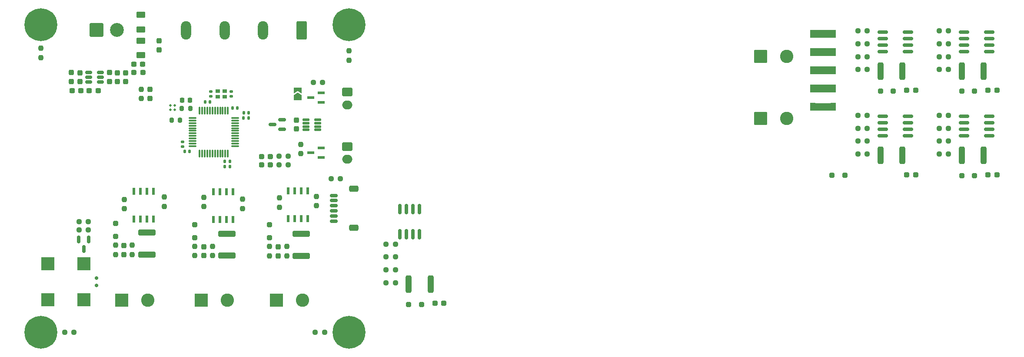
<source format=gbr>
%TF.GenerationSoftware,KiCad,Pcbnew,9.0.1*%
%TF.CreationDate,2025-11-09T21:37:19+01:00*%
%TF.ProjectId,SIGURD,53494755-5244-42e6-9b69-6361645f7063,rev?*%
%TF.SameCoordinates,Original*%
%TF.FileFunction,Soldermask,Top*%
%TF.FilePolarity,Negative*%
%FSLAX46Y46*%
G04 Gerber Fmt 4.6, Leading zero omitted, Abs format (unit mm)*
G04 Created by KiCad (PCBNEW 9.0.1) date 2025-11-09 21:37:19*
%MOMM*%
%LPD*%
G01*
G04 APERTURE LIST*
G04 Aperture macros list*
%AMRoundRect*
0 Rectangle with rounded corners*
0 $1 Rounding radius*
0 $2 $3 $4 $5 $6 $7 $8 $9 X,Y pos of 4 corners*
0 Add a 4 corners polygon primitive as box body*
4,1,4,$2,$3,$4,$5,$6,$7,$8,$9,$2,$3,0*
0 Add four circle primitives for the rounded corners*
1,1,$1+$1,$2,$3*
1,1,$1+$1,$4,$5*
1,1,$1+$1,$6,$7*
1,1,$1+$1,$8,$9*
0 Add four rect primitives between the rounded corners*
20,1,$1+$1,$2,$3,$4,$5,0*
20,1,$1+$1,$4,$5,$6,$7,0*
20,1,$1+$1,$6,$7,$8,$9,0*
20,1,$1+$1,$8,$9,$2,$3,0*%
%AMFreePoly0*
4,1,6,1.000000,0.000000,0.500000,-0.750000,-0.500000,-0.750000,-0.500000,0.750000,0.500000,0.750000,1.000000,0.000000,1.000000,0.000000,$1*%
%AMFreePoly1*
4,1,6,0.500000,-0.750000,-0.650000,-0.750000,-0.150000,0.000000,-0.650000,0.750000,0.500000,0.750000,0.500000,-0.750000,0.500000,-0.750000,$1*%
G04 Aperture macros list end*
%ADD10RoundRect,0.150000X-0.150000X0.825000X-0.150000X-0.825000X0.150000X-0.825000X0.150000X0.825000X0*%
%ADD11R,0.533400X1.460500*%
%ADD12RoundRect,0.250000X-0.312500X-1.450000X0.312500X-1.450000X0.312500X1.450000X-0.312500X1.450000X0*%
%ADD13RoundRect,0.237500X-0.287500X-0.237500X0.287500X-0.237500X0.287500X0.237500X-0.287500X0.237500X0*%
%ADD14RoundRect,0.250000X-0.250000X-0.250000X0.250000X-0.250000X0.250000X0.250000X-0.250000X0.250000X0*%
%ADD15RoundRect,0.237500X-0.250000X-0.237500X0.250000X-0.237500X0.250000X0.237500X-0.250000X0.237500X0*%
%ADD16RoundRect,0.150000X-0.825000X-0.150000X0.825000X-0.150000X0.825000X0.150000X-0.825000X0.150000X0*%
%ADD17FreePoly0,0.000000*%
%ADD18FreePoly0,180.000000*%
%ADD19RoundRect,0.250000X-1.050000X-1.050000X1.050000X-1.050000X1.050000X1.050000X-1.050000X1.050000X0*%
%ADD20C,2.600000*%
%ADD21R,2.500000X2.500000*%
%ADD22C,2.700000*%
%ADD23RoundRect,0.250001X-1.099999X-1.099999X1.099999X-1.099999X1.099999X1.099999X-1.099999X1.099999X0*%
%ADD24RoundRect,0.140000X0.170000X-0.140000X0.170000X0.140000X-0.170000X0.140000X-0.170000X-0.140000X0*%
%ADD25RoundRect,0.250000X-0.750000X0.600000X-0.750000X-0.600000X0.750000X-0.600000X0.750000X0.600000X0*%
%ADD26O,2.000000X1.700000*%
%ADD27R,1.320800X0.558800*%
%ADD28RoundRect,0.237500X-0.237500X0.250000X-0.237500X-0.250000X0.237500X-0.250000X0.237500X0.250000X0*%
%ADD29RoundRect,0.075000X-0.075000X0.662500X-0.075000X-0.662500X0.075000X-0.662500X0.075000X0.662500X0*%
%ADD30RoundRect,0.075000X-0.662500X0.075000X-0.662500X-0.075000X0.662500X-0.075000X0.662500X0.075000X0*%
%ADD31RoundRect,0.112500X-0.112500X-0.112500X0.112500X-0.112500X0.112500X0.112500X-0.112500X0.112500X0*%
%ADD32RoundRect,0.200000X0.200000X0.275000X-0.200000X0.275000X-0.200000X-0.275000X0.200000X-0.275000X0*%
%ADD33R,2.600000X2.600000*%
%ADD34RoundRect,0.250000X-0.625000X0.375000X-0.625000X-0.375000X0.625000X-0.375000X0.625000X0.375000X0*%
%ADD35RoundRect,0.237500X-0.237500X0.300000X-0.237500X-0.300000X0.237500X-0.300000X0.237500X0.300000X0*%
%ADD36FreePoly0,90.000000*%
%ADD37FreePoly1,90.000000*%
%ADD38C,0.800000*%
%ADD39C,6.400000*%
%ADD40RoundRect,0.150000X-0.200000X0.150000X-0.200000X-0.150000X0.200000X-0.150000X0.200000X0.150000X0*%
%ADD41RoundRect,0.237500X0.250000X0.237500X-0.250000X0.237500X-0.250000X-0.237500X0.250000X-0.237500X0*%
%ADD42RoundRect,0.237500X0.287500X0.237500X-0.287500X0.237500X-0.287500X-0.237500X0.287500X-0.237500X0*%
%ADD43RoundRect,0.237500X0.237500X-0.300000X0.237500X0.300000X-0.237500X0.300000X-0.237500X-0.300000X0*%
%ADD44RoundRect,0.237500X-0.237500X0.287500X-0.237500X-0.287500X0.237500X-0.287500X0.237500X0.287500X0*%
%ADD45RoundRect,0.140000X-0.140000X-0.170000X0.140000X-0.170000X0.140000X0.170000X-0.140000X0.170000X0*%
%ADD46RoundRect,0.237500X0.237500X-0.287500X0.237500X0.287500X-0.237500X0.287500X-0.237500X-0.287500X0*%
%ADD47RoundRect,0.250000X1.450000X-0.312500X1.450000X0.312500X-1.450000X0.312500X-1.450000X-0.312500X0*%
%ADD48RoundRect,0.250000X0.250000X-0.250000X0.250000X0.250000X-0.250000X0.250000X-0.250000X-0.250000X0*%
%ADD49RoundRect,0.150000X0.625000X-0.150000X0.625000X0.150000X-0.625000X0.150000X-0.625000X-0.150000X0*%
%ADD50RoundRect,0.250000X0.650000X-0.350000X0.650000X0.350000X-0.650000X0.350000X-0.650000X-0.350000X0*%
%ADD51RoundRect,0.250000X0.750000X1.550000X-0.750000X1.550000X-0.750000X-1.550000X0.750000X-1.550000X0*%
%ADD52O,2.000000X3.600000*%
%ADD53RoundRect,0.237500X0.237500X-0.250000X0.237500X0.250000X-0.237500X0.250000X-0.237500X-0.250000X0*%
%ADD54RoundRect,0.237500X0.300000X0.237500X-0.300000X0.237500X-0.300000X-0.237500X0.300000X-0.237500X0*%
%ADD55RoundRect,0.140000X-0.170000X0.140000X-0.170000X-0.140000X0.170000X-0.140000X0.170000X0.140000X0*%
%ADD56RoundRect,0.140000X0.140000X0.170000X-0.140000X0.170000X-0.140000X-0.170000X0.140000X-0.170000X0*%
%ADD57RoundRect,0.150000X0.512500X0.150000X-0.512500X0.150000X-0.512500X-0.150000X0.512500X-0.150000X0*%
%ADD58RoundRect,0.150000X0.587500X0.150000X-0.587500X0.150000X-0.587500X-0.150000X0.587500X-0.150000X0*%
%ADD59RoundRect,0.218750X0.218750X0.256250X-0.218750X0.256250X-0.218750X-0.256250X0.218750X-0.256250X0*%
%ADD60R,0.900000X0.800000*%
%ADD61RoundRect,0.125000X-0.537500X-0.125000X0.537500X-0.125000X0.537500X0.125000X-0.537500X0.125000X0*%
%ADD62RoundRect,0.237500X-0.300000X-0.237500X0.300000X-0.237500X0.300000X0.237500X-0.300000X0.237500X0*%
%ADD63RoundRect,0.150000X-0.150000X0.587500X-0.150000X-0.587500X0.150000X-0.587500X0.150000X0.587500X0*%
G04 APERTURE END LIST*
%TO.C,JP6*%
G36*
X224860000Y-90300000D02*
G01*
X229860000Y-90300000D01*
X229860000Y-91800000D01*
X224860000Y-91800000D01*
X224860000Y-90300000D01*
G37*
%TO.C,JP5*%
G36*
X224860000Y-86730000D02*
G01*
X229860000Y-86730000D01*
X229860000Y-88230000D01*
X224860000Y-88230000D01*
X224860000Y-86730000D01*
G37*
%TO.C,JP4*%
G36*
X224860000Y-83160000D02*
G01*
X229860000Y-83160000D01*
X229860000Y-84660000D01*
X224860000Y-84660000D01*
X224860000Y-83160000D01*
G37*
%TO.C,JP3*%
G36*
X224860000Y-79590000D02*
G01*
X229860000Y-79590000D01*
X229860000Y-81090000D01*
X224860000Y-81090000D01*
X224860000Y-79590000D01*
G37*
%TO.C,JP2*%
G36*
X224860000Y-76020000D02*
G01*
X229860000Y-76020000D01*
X229860000Y-77520000D01*
X224860000Y-77520000D01*
X224860000Y-76020000D01*
G37*
%TD*%
D10*
%TO.C,U10*%
X148720000Y-115905000D03*
X147450000Y-115905000D03*
X146180000Y-115905000D03*
X144910000Y-115905000D03*
X144910000Y-110955000D03*
X146180000Y-110955000D03*
X147450000Y-110955000D03*
X148720000Y-110955000D03*
%TD*%
D11*
%TO.C,U8*%
X96954517Y-112964151D03*
X95684517Y-112964151D03*
X94414517Y-112964151D03*
X93144517Y-112964151D03*
X93144517Y-107515851D03*
X94414517Y-107515851D03*
X95684517Y-107515851D03*
X96954517Y-107515851D03*
%TD*%
D12*
%TO.C,F7*%
X150952500Y-125625000D03*
X146677500Y-125625000D03*
%TD*%
D13*
%TO.C,D12*%
X153525000Y-129395000D03*
X151775000Y-129395000D03*
%TD*%
D14*
%TO.C,D9*%
X149160000Y-129575000D03*
X146660000Y-129575000D03*
%TD*%
D15*
%TO.C,R42*%
X144077500Y-125355000D03*
X142252500Y-125355000D03*
%TD*%
D16*
%TO.C,U14*%
X243935000Y-92905000D03*
X243935000Y-94175000D03*
X243935000Y-95445000D03*
X243935000Y-96715000D03*
X238985000Y-96715000D03*
X238985000Y-95445000D03*
X238985000Y-94175000D03*
X238985000Y-92905000D03*
%TD*%
%TO.C,U13*%
X254815000Y-92905000D03*
X254815000Y-94175000D03*
X254815000Y-95445000D03*
X254815000Y-96715000D03*
X259765000Y-96715000D03*
X259765000Y-95445000D03*
X259765000Y-94175000D03*
X259765000Y-92905000D03*
%TD*%
%TO.C,U12*%
X254815000Y-76425000D03*
X254815000Y-77695000D03*
X254815000Y-78965000D03*
X254815000Y-80235000D03*
X259765000Y-80235000D03*
X259765000Y-78965000D03*
X259765000Y-77695000D03*
X259765000Y-76425000D03*
%TD*%
%TO.C,U11*%
X238985000Y-76425000D03*
X238985000Y-77695000D03*
X238985000Y-78965000D03*
X238985000Y-80235000D03*
X243935000Y-80235000D03*
X243935000Y-78965000D03*
X243935000Y-77695000D03*
X243935000Y-76425000D03*
%TD*%
D15*
%TO.C,R58*%
X234147500Y-100240000D03*
X235972500Y-100240000D03*
%TD*%
%TO.C,R57*%
X234147500Y-97730000D03*
X235972500Y-97730000D03*
%TD*%
%TO.C,R56*%
X234147500Y-95220000D03*
X235972500Y-95220000D03*
%TD*%
%TO.C,R55*%
X234147500Y-92710000D03*
X235972500Y-92710000D03*
%TD*%
%TO.C,R54*%
X249977500Y-100240000D03*
X251802500Y-100240000D03*
%TD*%
%TO.C,R53*%
X249977500Y-97730000D03*
X251802500Y-97730000D03*
%TD*%
%TO.C,R52*%
X249977500Y-95220000D03*
X251802500Y-95220000D03*
%TD*%
%TO.C,R51*%
X249977500Y-92710000D03*
X251802500Y-92710000D03*
%TD*%
%TO.C,R50*%
X249977500Y-83760000D03*
X251802500Y-83760000D03*
%TD*%
%TO.C,R49*%
X249977500Y-81250000D03*
X251802500Y-81250000D03*
%TD*%
%TO.C,R48*%
X249977500Y-78740000D03*
X251802500Y-78740000D03*
%TD*%
%TO.C,R47*%
X249977500Y-76230000D03*
X251802500Y-76230000D03*
%TD*%
%TO.C,R46*%
X234147500Y-83760000D03*
X235972500Y-83760000D03*
%TD*%
%TO.C,R45*%
X234147500Y-81250000D03*
X235972500Y-81250000D03*
%TD*%
%TO.C,R44*%
X234147500Y-78740000D03*
X235972500Y-78740000D03*
%TD*%
%TO.C,R43*%
X234147500Y-76230000D03*
X235972500Y-76230000D03*
%TD*%
%TO.C,R39*%
X142252500Y-122845000D03*
X144077500Y-122845000D03*
%TD*%
%TO.C,R34*%
X142252500Y-120335000D03*
X144077500Y-120335000D03*
%TD*%
%TO.C,R29*%
X142252500Y-117825000D03*
X144077500Y-117825000D03*
%TD*%
D17*
%TO.C,JP6*%
X225360000Y-91050000D03*
D18*
X229360000Y-91050000D03*
%TD*%
D17*
%TO.C,JP5*%
X225360000Y-87480000D03*
D18*
X229360000Y-87480000D03*
%TD*%
D17*
%TO.C,JP4*%
X225360000Y-83910000D03*
D18*
X229360000Y-83910000D03*
%TD*%
D17*
%TO.C,JP3*%
X225360000Y-80340000D03*
D18*
X229360000Y-80340000D03*
%TD*%
D17*
%TO.C,JP2*%
X225360000Y-76770000D03*
D18*
X229360000Y-76770000D03*
%TD*%
D19*
%TO.C,J13*%
X215200000Y-93335000D03*
D20*
X220280000Y-93335000D03*
%TD*%
D19*
%TO.C,J12*%
X215200000Y-81210000D03*
D20*
X220280000Y-81210000D03*
%TD*%
D12*
%TO.C,F11*%
X238572500Y-100510000D03*
X242847500Y-100510000D03*
%TD*%
%TO.C,F10*%
X254402500Y-100510000D03*
X258677500Y-100510000D03*
%TD*%
%TO.C,F9*%
X254402500Y-84030000D03*
X258677500Y-84030000D03*
%TD*%
%TO.C,F8*%
X238572500Y-84030000D03*
X242847500Y-84030000D03*
%TD*%
D13*
%TO.C,D23*%
X243670000Y-104280000D03*
X245420000Y-104280000D03*
%TD*%
%TO.C,D21*%
X259500000Y-104280000D03*
X261250000Y-104280000D03*
%TD*%
D14*
%TO.C,D20*%
X254385000Y-104460000D03*
X256885000Y-104460000D03*
%TD*%
D13*
%TO.C,D19*%
X259500000Y-87800000D03*
X261250000Y-87800000D03*
%TD*%
D14*
%TO.C,D18*%
X254385000Y-87980000D03*
X256885000Y-87980000D03*
%TD*%
D13*
%TO.C,D17*%
X243670000Y-87800000D03*
X245420000Y-87800000D03*
%TD*%
D14*
%TO.C,D15*%
X238555000Y-87980000D03*
X241055000Y-87980000D03*
%TD*%
D21*
%TO.C,BZ1*%
X76350000Y-128650000D03*
X76350000Y-121650000D03*
X83350000Y-121650000D03*
X83350000Y-128650000D03*
%TD*%
D22*
%TO.C,J1*%
X89802500Y-76050000D03*
D23*
X85842500Y-76050000D03*
%TD*%
D24*
%TO.C,C10*%
X108149999Y-89010000D03*
X108149999Y-88050000D03*
%TD*%
D25*
%TO.C,J2*%
X134665000Y-88130000D03*
D26*
X134665000Y-90630000D03*
%TD*%
D27*
%TO.C,CR1*%
X129650000Y-90170002D03*
X129650000Y-88270000D03*
X127618000Y-89220001D03*
%TD*%
D28*
%TO.C,R26*%
X128710000Y-108497500D03*
X128710000Y-110322500D03*
%TD*%
D24*
%TO.C,C11*%
X102580000Y-98790000D03*
X102580000Y-97830000D03*
%TD*%
D29*
%TO.C,U2*%
X111434517Y-91790001D03*
X110934517Y-91790001D03*
X110434517Y-91790001D03*
X109934516Y-91790001D03*
X109434517Y-91790001D03*
X108934517Y-91790001D03*
X108434517Y-91790001D03*
X107934517Y-91790001D03*
X107434518Y-91790001D03*
X106934517Y-91790001D03*
X106434517Y-91790001D03*
X105934517Y-91790001D03*
D30*
X104522017Y-93202501D03*
X104522017Y-93702501D03*
X104522017Y-94202501D03*
X104522017Y-94702502D03*
X104522017Y-95202501D03*
X104522017Y-95702501D03*
X104522017Y-96202501D03*
X104522017Y-96702501D03*
X104522017Y-97202500D03*
X104522017Y-97702501D03*
X104522017Y-98202501D03*
X104522017Y-98702501D03*
D29*
X105934517Y-100115001D03*
X106434517Y-100115001D03*
X106934517Y-100115001D03*
X107434518Y-100115001D03*
X107934517Y-100115001D03*
X108434517Y-100115001D03*
X108934517Y-100115001D03*
X109434517Y-100115001D03*
X109934516Y-100115001D03*
X110434517Y-100115001D03*
X110934517Y-100115001D03*
X111434517Y-100115001D03*
D30*
X112847017Y-98702501D03*
X112847017Y-98202501D03*
X112847017Y-97702501D03*
X112847017Y-97202500D03*
X112847017Y-96702501D03*
X112847017Y-96202501D03*
X112847017Y-95702501D03*
X112847017Y-95202501D03*
X112847017Y-94702502D03*
X112847017Y-94202501D03*
X112847017Y-93702501D03*
X112847017Y-93202501D03*
%TD*%
D31*
%TO.C,D5*%
X100240000Y-90740000D03*
X101090000Y-90740000D03*
X101090000Y-91590000D03*
X100240000Y-91590000D03*
%TD*%
D32*
%TO.C,R41*%
X104125000Y-91330000D03*
X102475000Y-91330000D03*
%TD*%
D33*
%TO.C,J11*%
X90764517Y-128770000D03*
D20*
X95844517Y-128770000D03*
%TD*%
D34*
%TO.C,F3*%
X94510000Y-78140000D03*
X94510000Y-80940000D03*
%TD*%
D35*
%TO.C,C19*%
X82600000Y-84387500D03*
X82600000Y-86112500D03*
%TD*%
D36*
%TO.C,JP1*%
X125040000Y-89265000D03*
D37*
X125040000Y-87815000D03*
%TD*%
D15*
%TO.C,R4*%
X121370000Y-102370000D03*
X123195000Y-102370000D03*
%TD*%
D33*
%TO.C,J10*%
X106280000Y-128770000D03*
D20*
X111360000Y-128770000D03*
%TD*%
D38*
%TO.C,H2*%
X72600000Y-135000000D03*
X73302944Y-133302944D03*
X73302944Y-136697056D03*
X75000000Y-132600000D03*
D39*
X75000000Y-135000000D03*
D38*
X75000000Y-137400000D03*
X76697056Y-133302944D03*
X76697056Y-136697056D03*
X77400000Y-135000000D03*
%TD*%
%TO.C,H3*%
X132600000Y-75000000D03*
X133302944Y-73302944D03*
X133302944Y-76697056D03*
X135000000Y-72600000D03*
D39*
X135000000Y-75000000D03*
D38*
X135000000Y-77400000D03*
X136697056Y-73302944D03*
X136697056Y-76697056D03*
X137400000Y-75000000D03*
%TD*%
D11*
%TO.C,U7*%
X112470000Y-107560851D03*
X111200000Y-107560851D03*
X109930000Y-107560851D03*
X108660000Y-107560851D03*
X108660000Y-113009151D03*
X109930000Y-113009151D03*
X111200000Y-113009151D03*
X112470000Y-113009151D03*
%TD*%
D40*
%TO.C,D2*%
X85810000Y-125857500D03*
X85810000Y-124457500D03*
%TD*%
D28*
%TO.C,R28*%
X121460000Y-108787500D03*
X121460000Y-110612500D03*
%TD*%
D41*
%TO.C,R10*%
X129878100Y-86250000D03*
X128053100Y-86250000D03*
%TD*%
D42*
%TO.C,D4*%
X119747981Y-100720000D03*
X117997983Y-100720000D03*
%TD*%
D43*
%TO.C,C14*%
X89900000Y-86112500D03*
X89900000Y-84387500D03*
%TD*%
D44*
%TO.C,D10*%
X121235000Y-118360000D03*
X121235000Y-120110000D03*
%TD*%
D45*
%TO.C,C7*%
X114500000Y-93200000D03*
X115460000Y-93200000D03*
%TD*%
D46*
%TO.C,D1*%
X98050000Y-79925000D03*
X98050000Y-78175000D03*
%TD*%
D47*
%TO.C,F5*%
X111230483Y-120075000D03*
X111230483Y-115800000D03*
%TD*%
D48*
%TO.C,D8*%
X119550000Y-116560000D03*
X119550000Y-114060000D03*
%TD*%
D49*
%TO.C,J4*%
X132060000Y-113330000D03*
X132060000Y-112330000D03*
X132060000Y-111330000D03*
X132060000Y-110330000D03*
X132060000Y-109330000D03*
X132060000Y-108330000D03*
D50*
X135935000Y-114630000D03*
X135935000Y-107030000D03*
%TD*%
D51*
%TO.C,J5*%
X125790000Y-76090000D03*
D52*
X118290000Y-76090000D03*
X110790000Y-76090000D03*
X103290000Y-76090000D03*
%TD*%
D44*
%TO.C,D13*%
X106720483Y-118325000D03*
X106720483Y-120075000D03*
%TD*%
D35*
%TO.C,C8*%
X124790000Y-93637500D03*
X124790000Y-95362500D03*
%TD*%
D53*
%TO.C,R14*%
X135000000Y-81942500D03*
X135000000Y-80117500D03*
%TD*%
D54*
%TO.C,C21*%
X86162500Y-87850000D03*
X84437500Y-87850000D03*
%TD*%
D33*
%TO.C,J9*%
X120889517Y-128770000D03*
D20*
X125969517Y-128770000D03*
%TD*%
D32*
%TO.C,R40*%
X102130000Y-93620000D03*
X100480000Y-93620000D03*
%TD*%
D34*
%TO.C,F1*%
X94510000Y-73100000D03*
X94510000Y-75900000D03*
%TD*%
D55*
%TO.C,C9*%
X112109999Y-88050000D03*
X112109999Y-89010000D03*
%TD*%
D44*
%TO.C,L1*%
X80925000Y-84350000D03*
X80925000Y-86100000D03*
%TD*%
D43*
%TO.C,C13*%
X91500000Y-86112500D03*
X91500000Y-84387500D03*
%TD*%
D56*
%TO.C,C4*%
X111805000Y-102680000D03*
X110845000Y-102680000D03*
%TD*%
D53*
%TO.C,R27*%
X119550000Y-120110000D03*
X119550000Y-118285000D03*
%TD*%
D15*
%TO.C,R2*%
X82437500Y-115050000D03*
X84262500Y-115050000D03*
%TD*%
D41*
%TO.C,R3*%
X84262500Y-113480000D03*
X82437500Y-113480000D03*
%TD*%
D47*
%TO.C,F6*%
X95660000Y-119875000D03*
X95660000Y-115600000D03*
%TD*%
D42*
%TO.C,D3*%
X119739516Y-102370001D03*
X117989518Y-102370001D03*
%TD*%
D28*
%TO.C,R25*%
X122920000Y-118285000D03*
X122920000Y-120110000D03*
%TD*%
D25*
%TO.C,J3*%
X134665000Y-98782500D03*
D26*
X134665000Y-101282500D03*
%TD*%
D28*
%TO.C,R31*%
X114280483Y-109050000D03*
X114280483Y-110875000D03*
%TD*%
D38*
%TO.C,H1*%
X72600000Y-75000000D03*
X73302944Y-73302944D03*
X73302944Y-76697056D03*
X75000000Y-72600000D03*
D39*
X75000000Y-75000000D03*
D38*
X75000000Y-77400000D03*
X76697056Y-73302944D03*
X76697056Y-76697056D03*
X77400000Y-75000000D03*
%TD*%
D57*
%TO.C,U9*%
X86600000Y-86200000D03*
X86600000Y-85250000D03*
X86600000Y-84300000D03*
X84325000Y-84300000D03*
X84325000Y-85250000D03*
X84325000Y-86200000D03*
%TD*%
D43*
%TO.C,C15*%
X88350000Y-86062500D03*
X88350000Y-84337500D03*
%TD*%
D44*
%TO.C,D7*%
X96225000Y-87630000D03*
X96225000Y-89380000D03*
%TD*%
D28*
%TO.C,R35*%
X92800000Y-118050000D03*
X92800000Y-119875000D03*
%TD*%
D44*
%TO.C,D16*%
X91160000Y-118125000D03*
X91160000Y-119875000D03*
%TD*%
D56*
%TO.C,C2*%
X111805000Y-101650000D03*
X110845000Y-101650000D03*
%TD*%
D13*
%TO.C,FB1*%
X93125000Y-84330000D03*
X94875000Y-84330000D03*
%TD*%
D53*
%TO.C,R32*%
X104955000Y-120075000D03*
X104955000Y-118250000D03*
%TD*%
D11*
%TO.C,U6*%
X126984517Y-107395001D03*
X125714517Y-107395001D03*
X124444517Y-107395001D03*
X123174517Y-107395001D03*
X123174517Y-112843301D03*
X124444517Y-112843301D03*
X125714517Y-112843301D03*
X126984517Y-112843301D03*
%TD*%
D45*
%TO.C,C6*%
X107010000Y-90110000D03*
X107970000Y-90110000D03*
%TD*%
D58*
%TO.C,D6*%
X122000000Y-95430000D03*
X122000000Y-93530000D03*
X120125000Y-94480000D03*
%TD*%
D15*
%TO.C,R15*%
X128437500Y-135000000D03*
X130262500Y-135000000D03*
%TD*%
D53*
%TO.C,R11*%
X125680000Y-100162500D03*
X125680000Y-98337500D03*
%TD*%
D28*
%TO.C,R33*%
X106760483Y-108677501D03*
X106760483Y-110502501D03*
%TD*%
D48*
%TO.C,D11*%
X104980483Y-116550000D03*
X104980483Y-114050000D03*
%TD*%
D28*
%TO.C,R36*%
X99084517Y-108632501D03*
X99084517Y-110457501D03*
%TD*%
D41*
%TO.C,R13*%
X81462500Y-135000000D03*
X79637500Y-135000000D03*
%TD*%
D59*
%TO.C,R1*%
X104077500Y-89750000D03*
X102502500Y-89750000D03*
%TD*%
D45*
%TO.C,C1*%
X114520000Y-92200000D03*
X115480000Y-92200000D03*
%TD*%
D48*
%TO.C,D14*%
X89610000Y-116300000D03*
X89610000Y-113800000D03*
%TD*%
D45*
%TO.C,C3*%
X112340000Y-91260000D03*
X113300000Y-91260000D03*
%TD*%
D60*
%TO.C,Y1*%
X110830000Y-87980000D03*
X109430000Y-87980000D03*
X109430000Y-89080000D03*
X110830000Y-89080000D03*
%TD*%
D15*
%TO.C,R9*%
X131532983Y-105069999D03*
X133357983Y-105069999D03*
%TD*%
D28*
%TO.C,R30*%
X108420483Y-118250000D03*
X108420483Y-120075000D03*
%TD*%
D53*
%TO.C,R37*%
X89560000Y-119875000D03*
X89560000Y-118050000D03*
%TD*%
D38*
%TO.C,H4*%
X132600000Y-135000000D03*
X133302944Y-133302944D03*
X133302944Y-136697056D03*
X135000000Y-132600000D03*
D39*
X135000000Y-135000000D03*
D38*
X135000000Y-137400000D03*
X136697056Y-133302944D03*
X136697056Y-136697056D03*
X137400000Y-135000000D03*
%TD*%
D61*
%TO.C,U1*%
X126682500Y-93582500D03*
X126682500Y-94232500D03*
X126682500Y-94882500D03*
X126682500Y-95532500D03*
X128957500Y-95532500D03*
X128957500Y-94882500D03*
X128957500Y-94232500D03*
X128957500Y-93582500D03*
%TD*%
D47*
%TO.C,F4*%
X125720000Y-120110000D03*
X125720000Y-115835000D03*
%TD*%
D15*
%TO.C,R5*%
X121397500Y-100680000D03*
X123222500Y-100680000D03*
%TD*%
D62*
%TO.C,C12*%
X93127500Y-82750000D03*
X94852500Y-82750000D03*
%TD*%
D28*
%TO.C,R22*%
X94525000Y-87592500D03*
X94525000Y-89417500D03*
%TD*%
D62*
%TO.C,C16*%
X81062500Y-87850000D03*
X82787500Y-87850000D03*
%TD*%
D53*
%TO.C,R12*%
X75010000Y-81442500D03*
X75010000Y-79617500D03*
%TD*%
D27*
%TO.C,CR2*%
X129650000Y-100920002D03*
X129650000Y-99020000D03*
X127618000Y-99970001D03*
%TD*%
D28*
%TO.C,R38*%
X91260000Y-109087500D03*
X91260000Y-110912500D03*
%TD*%
D63*
%TO.C,Q1*%
X84300000Y-116892500D03*
X82400000Y-116892500D03*
X83350000Y-118767500D03*
%TD*%
D56*
%TO.C,C5*%
X103990000Y-99760000D03*
X103030000Y-99760000D03*
%TD*%
D14*
%TO.C,D22*%
X229120000Y-104400000D03*
X231620000Y-104400000D03*
%TD*%
M02*

</source>
